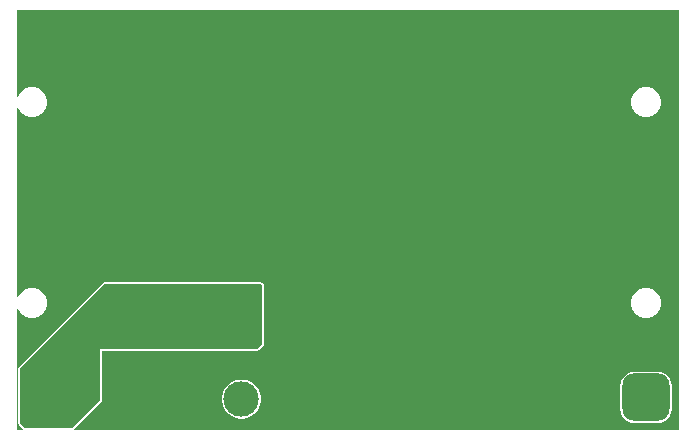
<source format=gbl>
G04*
G04 #@! TF.GenerationSoftware,Altium Limited,Altium Designer,21.3.2 (30)*
G04*
G04 Layer_Physical_Order=2*
G04 Layer_Color=16711680*
%FSLAX25Y25*%
%MOIN*%
G70*
G04*
G04 #@! TF.SameCoordinates,64965459-EBE9-4D70-8907-B4BF54ABD007*
G04*
G04*
G04 #@! TF.FilePolarity,Positive*
G04*
G01*
G75*
%ADD33C,0.11811*%
G04:AMPARAMS|DCode=34|XSize=157.48mil|YSize=157.48mil|CornerRadius=39.37mil|HoleSize=0mil|Usage=FLASHONLY|Rotation=0.000|XOffset=0mil|YOffset=0mil|HoleType=Round|Shape=RoundedRectangle|*
%AMROUNDEDRECTD34*
21,1,0.15748,0.07874,0,0,0.0*
21,1,0.07874,0.15748,0,0,0.0*
1,1,0.07874,0.03937,-0.03937*
1,1,0.07874,-0.03937,-0.03937*
1,1,0.07874,-0.03937,0.03937*
1,1,0.07874,0.03937,0.03937*
%
%ADD34ROUNDEDRECTD34*%
%ADD35C,0.02756*%
G36*
X497221Y272464D02*
X295741D01*
X295534Y272964D01*
X304789Y282219D01*
X304978Y282677D01*
Y298959D01*
X356693D01*
X357151Y299148D01*
X358726Y300723D01*
X358915Y301181D01*
Y320866D01*
X358726Y321324D01*
X358332Y321718D01*
X357874Y321908D01*
X305512D01*
X305054Y321718D01*
X277101Y293765D01*
X276911Y293307D01*
Y274803D01*
X277101Y274345D01*
X278482Y272964D01*
X278275Y272464D01*
X276401D01*
Y312998D01*
X276901Y313063D01*
X276903Y313058D01*
X277552Y311934D01*
X278469Y311016D01*
X279593Y310367D01*
X280847Y310032D01*
X282145D01*
X283399Y310367D01*
X284523Y311016D01*
X285440Y311934D01*
X286089Y313058D01*
X286425Y314312D01*
Y315610D01*
X286089Y316863D01*
X285440Y317987D01*
X284523Y318905D01*
X283399Y319554D01*
X282145Y319890D01*
X280847D01*
X279593Y319554D01*
X278469Y318905D01*
X277552Y317987D01*
X276903Y316863D01*
X276901Y316858D01*
X276401Y316924D01*
Y379927D01*
X276901Y379993D01*
X276903Y379987D01*
X277552Y378863D01*
X278469Y377945D01*
X279593Y377296D01*
X280847Y376961D01*
X282145D01*
X283399Y377296D01*
X284523Y377945D01*
X285440Y378863D01*
X286089Y379987D01*
X286425Y381241D01*
Y382539D01*
X286089Y383792D01*
X285440Y384916D01*
X284523Y385834D01*
X283399Y386483D01*
X282145Y386819D01*
X280847D01*
X279593Y386483D01*
X278469Y385834D01*
X277552Y384916D01*
X276903Y383792D01*
X276901Y383787D01*
X276401Y383853D01*
Y412575D01*
X497221D01*
X497221Y272464D01*
D02*
G37*
G36*
X358268Y320866D02*
Y301181D01*
X356693Y299606D01*
X304331D01*
Y282677D01*
X294882Y273228D01*
X279134D01*
X277559Y274803D01*
Y293307D01*
X305512Y321260D01*
X357874D01*
X358268Y320866D01*
D02*
G37*
%LPC*%
G36*
X486869Y386819D02*
X485571D01*
X484318Y386483D01*
X483194Y385834D01*
X482276Y384916D01*
X481627Y383792D01*
X481291Y382539D01*
Y381241D01*
X481627Y379987D01*
X482276Y378863D01*
X483194Y377945D01*
X484318Y377296D01*
X485571Y376961D01*
X486869D01*
X488123Y377296D01*
X489247Y377945D01*
X490165Y378863D01*
X490814Y379987D01*
X491150Y381241D01*
Y382539D01*
X490814Y383792D01*
X490165Y384916D01*
X489247Y385834D01*
X488123Y386483D01*
X486869Y386819D01*
D02*
G37*
G36*
Y319890D02*
X485571D01*
X484318Y319554D01*
X483194Y318905D01*
X482276Y317987D01*
X481627Y316863D01*
X481291Y315610D01*
Y314312D01*
X481627Y313058D01*
X482276Y311934D01*
X483194Y311016D01*
X484318Y310367D01*
X485571Y310032D01*
X486869D01*
X488123Y310367D01*
X489247Y311016D01*
X490165Y311934D01*
X490814Y313058D01*
X491150Y314312D01*
Y315610D01*
X490814Y316863D01*
X490165Y317987D01*
X489247Y318905D01*
X488123Y319554D01*
X486869Y319890D01*
D02*
G37*
G36*
X352018Y289417D02*
X350737D01*
X349481Y289167D01*
X348297Y288677D01*
X347232Y287965D01*
X346326Y287059D01*
X345614Y285994D01*
X345124Y284811D01*
X344874Y283554D01*
Y282273D01*
X345124Y281016D01*
X345614Y279833D01*
X346326Y278767D01*
X347232Y277861D01*
X348297Y277150D01*
X349481Y276659D01*
X350737Y276410D01*
X352018D01*
X353275Y276659D01*
X354459Y277150D01*
X355524Y277861D01*
X356430Y278767D01*
X357142Y279833D01*
X357632Y281016D01*
X357882Y282273D01*
Y283554D01*
X357632Y284811D01*
X357142Y285994D01*
X356430Y287059D01*
X355524Y287965D01*
X354459Y288677D01*
X353275Y289167D01*
X352018Y289417D01*
D02*
G37*
G36*
X490158Y291976D02*
X482283D01*
X481100Y291820D01*
X479996Y291363D01*
X479049Y290636D01*
X478322Y289689D01*
X477865Y288586D01*
X477709Y287402D01*
Y279528D01*
X477865Y278344D01*
X478322Y277240D01*
X479049Y276293D01*
X479996Y275566D01*
X481100Y275109D01*
X482283Y274953D01*
X490158D01*
X491341Y275109D01*
X492445Y275566D01*
X493392Y276293D01*
X494119Y277240D01*
X494576Y278344D01*
X494732Y279528D01*
Y287402D01*
X494576Y288586D01*
X494119Y289689D01*
X493392Y290636D01*
X492445Y291363D01*
X491341Y291820D01*
X490158Y291976D01*
D02*
G37*
%LPD*%
D33*
X351378Y282913D02*
D03*
Y312008D02*
D03*
D34*
X486221Y283465D02*
D03*
Y401575D02*
D03*
X287402D02*
D03*
Y283465D02*
D03*
D35*
X490157Y389764D02*
D03*
Y366142D02*
D03*
X484252Y354331D02*
D03*
X490157Y342520D02*
D03*
X484252Y330709D02*
D03*
X472441Y401575D02*
D03*
X478346Y389764D02*
D03*
X472441Y377953D02*
D03*
X460630Y401575D02*
D03*
Y283465D02*
D03*
X448819Y401575D02*
D03*
Y377953D02*
D03*
Y307086D02*
D03*
Y283465D02*
D03*
X437008Y401575D02*
D03*
X442913Y389764D02*
D03*
X437008Y377953D02*
D03*
Y307086D02*
D03*
X442913Y295275D02*
D03*
X437008Y283465D02*
D03*
X425197Y401575D02*
D03*
X431102Y389764D02*
D03*
Y295275D02*
D03*
X425197Y283465D02*
D03*
X413386Y401575D02*
D03*
Y377953D02*
D03*
Y307086D02*
D03*
Y283465D02*
D03*
X401575Y401575D02*
D03*
X407480Y389764D02*
D03*
X401575Y377953D02*
D03*
Y307086D02*
D03*
X407480Y295275D02*
D03*
X401575Y283465D02*
D03*
X389764Y401575D02*
D03*
X395669Y389764D02*
D03*
X389764Y377953D02*
D03*
X395669Y366142D02*
D03*
Y318898D02*
D03*
Y295275D02*
D03*
X377953Y401575D02*
D03*
X383858Y389764D02*
D03*
X377953Y377953D02*
D03*
X383858Y366142D02*
D03*
X372047Y389764D02*
D03*
Y366142D02*
D03*
X330709Y401575D02*
D03*
Y377953D02*
D03*
Y354331D02*
D03*
Y330709D02*
D03*
Y283465D02*
D03*
X318898Y401575D02*
D03*
X324803Y389764D02*
D03*
X318898Y377953D02*
D03*
Y354331D02*
D03*
X324803Y295275D02*
D03*
X318898Y283465D02*
D03*
X307086Y401575D02*
D03*
X312992Y389764D02*
D03*
Y342520D02*
D03*
Y295275D02*
D03*
X307086Y283465D02*
D03*
X301181Y389764D02*
D03*
X295275Y377953D02*
D03*
X301181Y342520D02*
D03*
X289370Y389764D02*
D03*
X283465Y354331D02*
D03*
Y330709D02*
D03*
M02*

</source>
